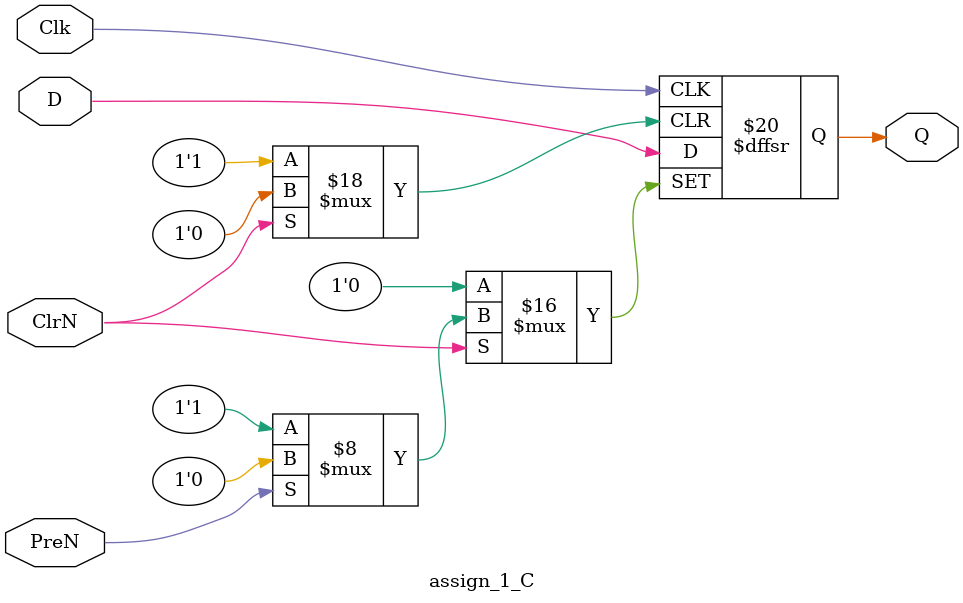
<source format=sv>
module assign_1_C (
  output reg Q,
  input D, Clk, PreN, ClrN);
  
  always @ (posedge Clk, negedge PreN, negedge ClrN) // posedge: positive edge, negedge: negative edge
    if (!ClrN) Q <= 1'b0;
  else if (!PreN) Q <= 1'b1;
  	else Q <= D;
 
endmodule
</source>
